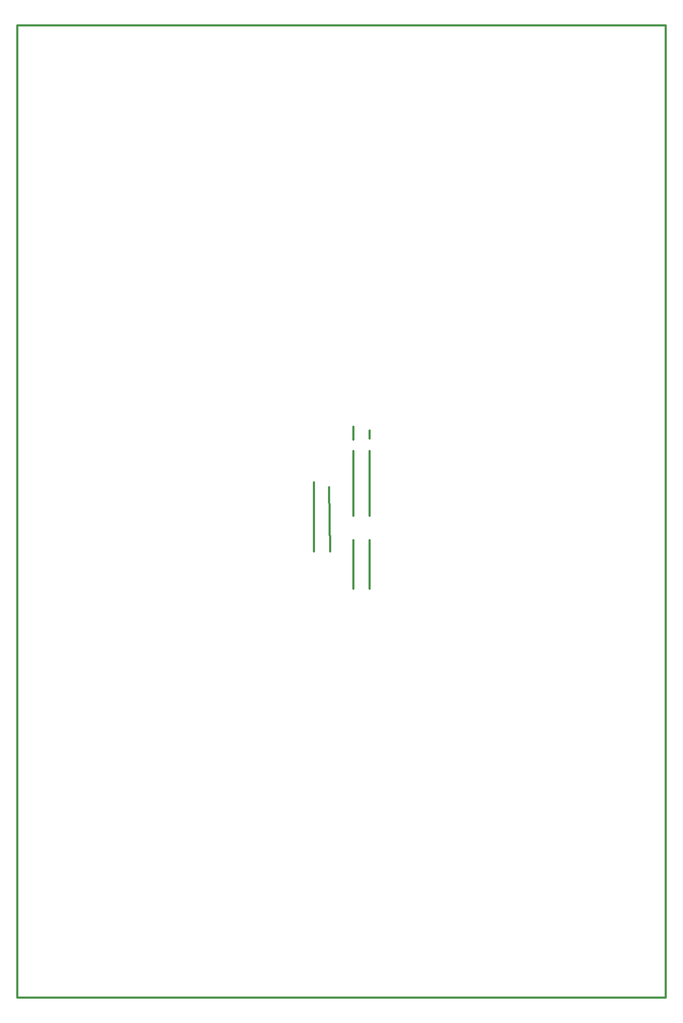
<source format=gko>
*%FSLAX24Y24*%
*%MOIN*%
G01*
%ADD11C,0.0000*%
%ADD12C,0.0040*%
%ADD13C,0.0059*%
%ADD14C,0.0060*%
%ADD15C,0.0073*%
%ADD16C,0.0079*%
%ADD17C,0.0080*%
%ADD18C,0.0098*%
%ADD19C,0.0100*%
%ADD20C,0.0120*%
%ADD21C,0.0150*%
%ADD22C,0.0197*%
%ADD23C,0.0200*%
%ADD24C,0.0200*%
%ADD25C,0.0240*%
%ADD26C,0.0250*%
%ADD27C,0.0300*%
%ADD28C,0.0300*%
%ADD29C,0.0340*%
%ADD30C,0.0360*%
%ADD31C,0.0380*%
%ADD32C,0.0394*%
%ADD33C,0.0397*%
%ADD34C,0.0400*%
%ADD35C,0.0400*%
%ADD36C,0.0434*%
%ADD37C,0.0440*%
%ADD38C,0.0472*%
%ADD39C,0.0480*%
%ADD40C,0.0500*%
%ADD41C,0.0500*%
%ADD42C,0.0520*%
%ADD43C,0.0540*%
%ADD44C,0.0560*%
%ADD45C,0.0580*%
%ADD46C,0.0594*%
%ADD47C,0.0600*%
%ADD48C,0.0600*%
%ADD49C,0.0620*%
%ADD50C,0.0640*%
%ADD51C,0.0650*%
%ADD52C,0.0660*%
%ADD53C,0.0670*%
%ADD54C,0.0672*%
%ADD55O,0.0750X0.0560*%
%ADD56C,0.0760*%
%ADD57C,0.0787*%
%ADD58O,0.0790X0.0600*%
%ADD59C,0.0800*%
%ADD60C,0.0827*%
%ADD61O,0.0850X0.0560*%
%ADD62C,0.0850*%
%ADD63C,0.0870*%
%ADD64C,0.0886*%
%ADD65C,0.0889*%
%ADD66O,0.0890X0.0600*%
%ADD67C,0.0926*%
%ADD68C,0.1000*%
%ADD69C,0.1040*%
%ADD70C,0.1161*%
%ADD71C,0.1250*%
%ADD72C,0.1276*%
%ADD73C,0.1316*%
%ADD74C,0.1600*%
%ADD75C,0.1640*%
%ADD76C,0.2250*%
%ADD77R,0.0200X0.0200*%
%ADD78R,0.0350X0.0500*%
%ADD79R,0.0350X0.0520*%
%ADD80R,0.0360X0.1300*%
%ADD81R,0.0370X0.0530*%
%ADD82R,0.0394X0.0551*%
%ADD83R,0.0394X0.1102*%
%ADD84R,0.0400X0.0500*%
%ADD85R,0.0400X0.0750*%
%ADD86R,0.0400X0.1350*%
%ADD87R,0.0434X0.0591*%
%ADD88R,0.0440X0.0540*%
%ADD89R,0.0440X0.1390*%
%ADD90R,0.0500X0.0400*%
%ADD91R,0.0500X0.0500*%
%ADD92R,0.0500X0.0500*%
%ADD93R,0.0500X0.1200*%
%ADD94R,0.0540X0.0440*%
%ADD95R,0.0540X0.0540*%
%ADD96R,0.0550X0.0350*%
%ADD97R,0.0551X0.0394*%
%ADD98R,0.0591X0.0177*%
%ADD99R,0.0591X0.0434*%
%ADD100R,0.0600X0.0600*%
%ADD101R,0.0600X0.0650*%
%ADD102R,0.0600X0.1250*%
%ADD103R,0.0620X0.0620*%
%ADD104R,0.0631X0.0217*%
%ADD105R,0.0640X0.0640*%
%ADD106R,0.0640X0.1290*%
%ADD107R,0.0650X0.0300*%
%ADD108R,0.0660X0.0660*%
%ADD109R,0.0700X0.0300*%
%ADD110R,0.0700X0.0340*%
%ADD111R,0.0700X0.0350*%
%ADD112R,0.0700X0.0700*%
%ADD113R,0.0709X0.0394*%
%ADD114R,0.0740X0.0740*%
%ADD115R,0.0749X0.0434*%
%ADD116R,0.0750X0.0300*%
%ADD117R,0.0750X0.0400*%
%ADD118R,0.0750X0.0550*%
%ADD119R,0.0750X0.0560*%
%ADD120R,0.0790X0.0600*%
%ADD121R,0.0800X0.0350*%
%ADD122R,0.0800X0.0550*%
%ADD123R,0.0827X0.0394*%
%ADD124R,0.0827X0.0591*%
%ADD125R,0.0867X0.0434*%
%ADD126R,0.0867X0.0631*%
%ADD127R,0.0950X0.1200*%
%ADD128R,0.0960X0.0540*%
%ADD129R,0.0960X0.1220*%
%ADD130R,0.1000X0.0600*%
%ADD131R,0.1000X0.1000*%
%ADD132R,0.1000X0.1000*%
%ADD133R,0.1000X0.1100*%
%ADD134R,0.1000X0.1200*%
%ADD135R,0.1000X0.1250*%
%ADD136R,0.1040X0.0640*%
%ADD137R,0.1040X0.1040*%
%ADD138R,0.1040X0.1290*%
%ADD139R,0.1200X0.1200*%
%ADD140R,0.1417X0.0551*%
%ADD141R,0.1500X0.1500*%
%ADD142R,0.1540X0.1540*%
%ADD143R,0.2000X0.2000*%
%ADD144R,0.2200X0.2200*%
%ADD145R,0.2500X0.2500*%
D20*
X53960Y29000D02*
X93960D01*
Y89000D02*
X53960D01*
X74710Y57250D02*
Y54250D01*
Y58750D02*
Y62750D01*
X72260Y60800D02*
Y56550D01*
X75710Y58750D02*
Y62750D01*
X53960Y89000D02*
Y29000D01*
X93960D02*
Y89000D01*
X74710Y64250D02*
Y63450D01*
X75710Y57250D02*
Y54250D01*
Y63500D02*
Y64000D01*
X73210Y60500D02*
X73260Y56550D01*
D02*
M02*

</source>
